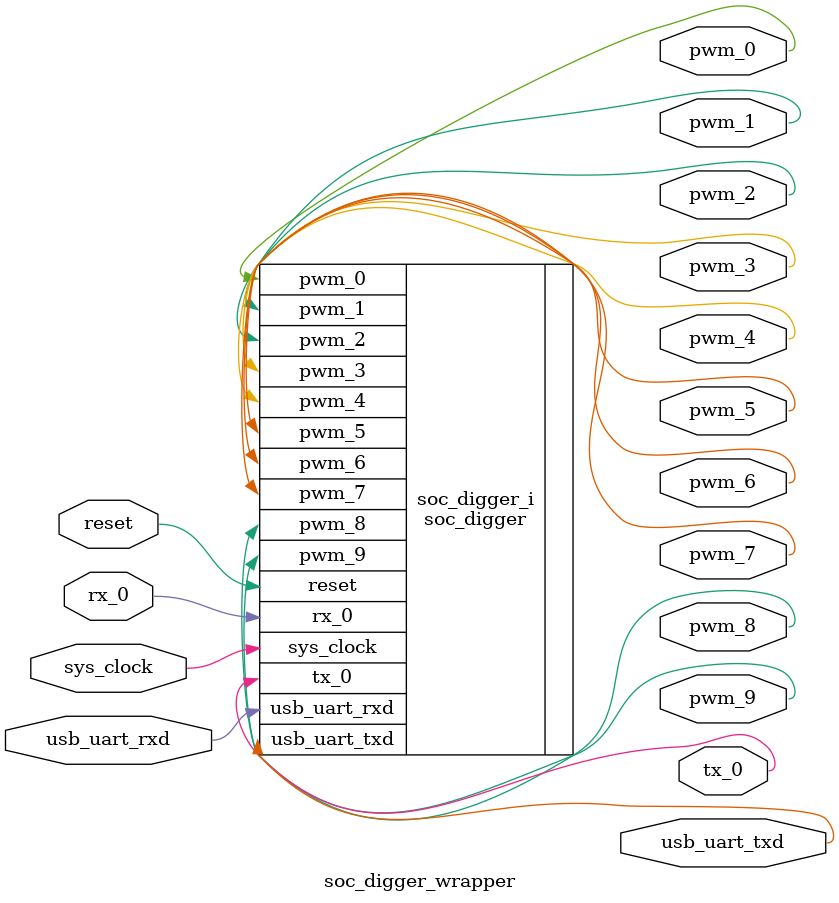
<source format=v>
`timescale 1 ps / 1 ps

module soc_digger_wrapper
   (pwm_0,
    pwm_1,
    pwm_2,
    pwm_3,
    pwm_4,
    pwm_5,
    pwm_6,
    pwm_7,
    pwm_8,
    pwm_9,
    reset,
    rx_0,
    sys_clock,
    tx_0,
    usb_uart_rxd,
    usb_uart_txd);
  output pwm_0;
  output pwm_1;
  output pwm_2;
  output pwm_3;
  output pwm_4;
  output pwm_5;
  output pwm_6;
  output pwm_7;
  output pwm_8;
  output pwm_9;
  input reset;
  input rx_0;
  input sys_clock;
  output tx_0;
  input usb_uart_rxd;
  output usb_uart_txd;

  wire pwm_0;
  wire pwm_1;
  wire pwm_2;
  wire pwm_3;
  wire pwm_4;
  wire pwm_5;
  wire pwm_6;
  wire pwm_7;
  wire pwm_8;
  wire pwm_9;
  wire reset;
  wire rx_0;
  wire sys_clock;
  wire tx_0;
  wire usb_uart_rxd;
  wire usb_uart_txd;

  soc_digger soc_digger_i
       (.pwm_0(pwm_0),
        .pwm_1(pwm_1),
        .pwm_2(pwm_2),
        .pwm_3(pwm_3),
        .pwm_4(pwm_4),
        .pwm_5(pwm_5),
        .pwm_6(pwm_6),
        .pwm_7(pwm_7),
        .pwm_8(pwm_8),
        .pwm_9(pwm_9),
        .reset(reset),
        .rx_0(rx_0),
        .sys_clock(sys_clock),
        .tx_0(tx_0),
        .usb_uart_rxd(usb_uart_rxd),
        .usb_uart_txd(usb_uart_txd));
endmodule

</source>
